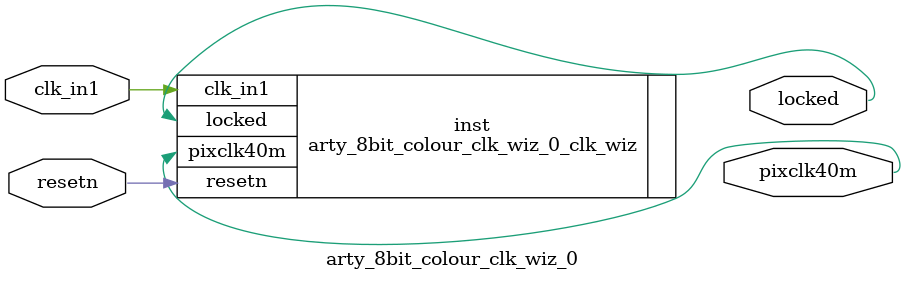
<source format=v>


`timescale 1ps/1ps

(* CORE_GENERATION_INFO = "arty_8bit_colour_clk_wiz_0,clk_wiz_v6_0_6_0_0,{component_name=arty_8bit_colour_clk_wiz_0,use_phase_alignment=true,use_min_o_jitter=false,use_max_i_jitter=false,use_dyn_phase_shift=false,use_inclk_switchover=false,use_dyn_reconfig=false,enable_axi=0,feedback_source=FDBK_AUTO,PRIMITIVE=MMCM,num_out_clk=1,clkin1_period=10.000,clkin2_period=10.000,use_power_down=false,use_reset=true,use_locked=true,use_inclk_stopped=false,feedback_type=SINGLE,CLOCK_MGR_TYPE=NA,manual_override=false}" *)

module arty_8bit_colour_clk_wiz_0 
 (
  // Clock out ports
  output        pixclk40m,
  // Status and control signals
  input         resetn,
  output        locked,
 // Clock in ports
  input         clk_in1
 );

  arty_8bit_colour_clk_wiz_0_clk_wiz inst
  (
  // Clock out ports  
  .pixclk40m(pixclk40m),
  // Status and control signals               
  .resetn(resetn), 
  .locked(locked),
 // Clock in ports
  .clk_in1(clk_in1)
  );

endmodule

</source>
